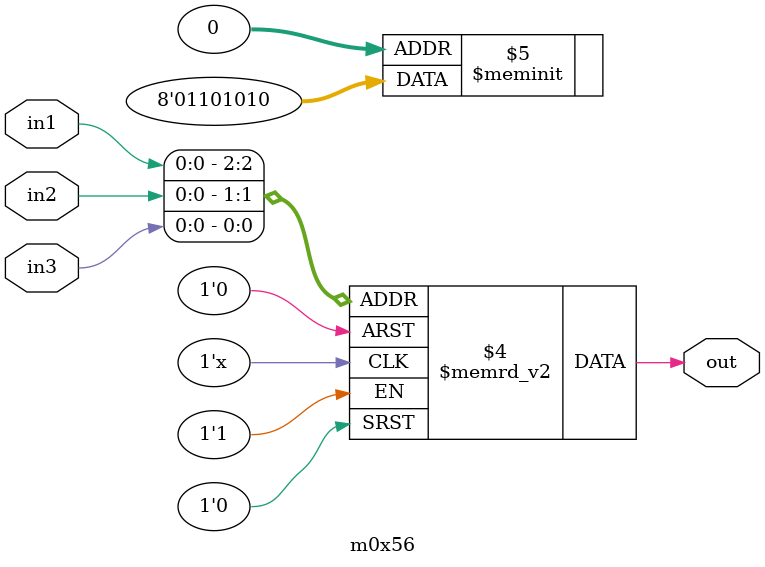
<source format=v>
module m0x56(output out, input in1, in2, in3);

   always @(in1, in2, in3)
     begin
        case({in1, in2, in3})
          3'b000: {out} = 1'b0;
          3'b001: {out} = 1'b1;
          3'b010: {out} = 1'b0;
          3'b011: {out} = 1'b1;
          3'b100: {out} = 1'b0;
          3'b101: {out} = 1'b1;
          3'b110: {out} = 1'b1;
          3'b111: {out} = 1'b0;
        endcase // case ({in1, in2, in3})
     end // always @ (in1, in2, in3)

endmodule // m0x56
</source>
